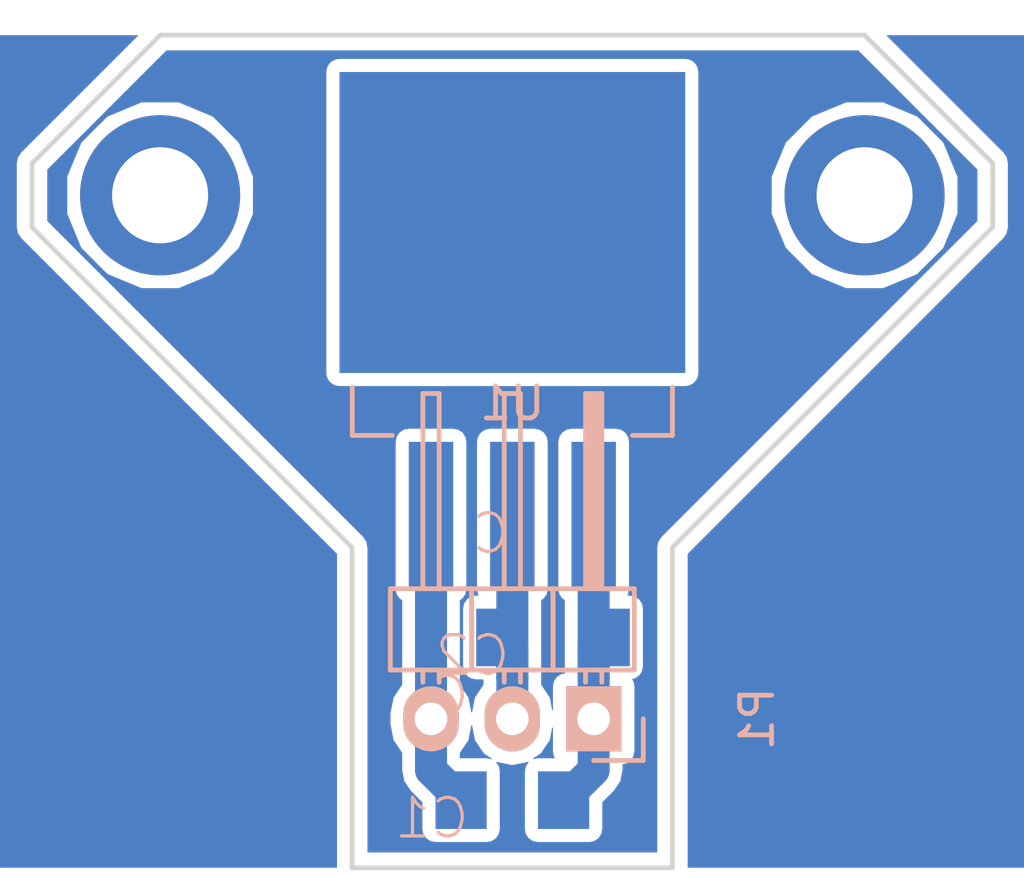
<source format=kicad_pcb>
(kicad_pcb (version 4) (host pcbnew 4.0.2-stable)

  (general
    (links 7)
    (no_connects 0)
    (area -15.075001 -15.075001 15.075001 11.075001)
    (thickness 1.6)
    (drawings 10)
    (tracks 15)
    (zones 0)
    (modules 4)
    (nets 4)
  )

  (page A4)
  (layers
    (0 F.Cu signal)
    (31 B.Cu signal)
    (32 B.Adhes user)
    (33 F.Adhes user)
    (34 B.Paste user)
    (35 F.Paste user)
    (36 B.SilkS user)
    (37 F.SilkS user)
    (38 B.Mask user)
    (39 F.Mask user)
    (40 Dwgs.User user)
    (41 Cmts.User user)
    (42 Eco1.User user)
    (43 Eco2.User user)
    (44 Edge.Cuts user)
    (45 Margin user)
    (46 B.CrtYd user)
    (47 F.CrtYd user)
    (48 B.Fab user)
    (49 F.Fab user)
  )

  (setup
    (last_trace_width 1)
    (user_trace_width 1)
    (trace_clearance 0.2)
    (zone_clearance 0.4)
    (zone_45_only no)
    (trace_min 0.2)
    (segment_width 0.2)
    (edge_width 0.15)
    (via_size 0.6)
    (via_drill 0.4)
    (via_min_size 0.4)
    (via_min_drill 0.3)
    (user_via 5 3)
    (uvia_size 0.3)
    (uvia_drill 0.1)
    (uvias_allowed no)
    (uvia_min_size 0.2)
    (uvia_min_drill 0.1)
    (pcb_text_width 0.3)
    (pcb_text_size 1.5 1.5)
    (mod_edge_width 0.15)
    (mod_text_size 1 1)
    (mod_text_width 0.15)
    (pad_size 1.524 1.524)
    (pad_drill 0.762)
    (pad_to_mask_clearance 0.2)
    (aux_axis_origin 0 0)
    (visible_elements 7FFFFFFF)
    (pcbplotparams
      (layerselection 0x01000_80000000)
      (usegerberextensions false)
      (excludeedgelayer true)
      (linewidth 0.100000)
      (plotframeref false)
      (viasonmask false)
      (mode 1)
      (useauxorigin false)
      (hpglpennumber 1)
      (hpglpenspeed 20)
      (hpglpendiameter 15)
      (hpglpenoverlay 2)
      (psnegative false)
      (psa4output false)
      (plotreference true)
      (plotvalue true)
      (plotinvisibletext false)
      (padsonsilk false)
      (subtractmaskfromsilk false)
      (outputformat 1)
      (mirror false)
      (drillshape 0)
      (scaleselection 1)
      (outputdirectory ""))
  )

  (net 0 "")
  (net 1 "Net-(C1-Pad1)")
  (net 2 "Net-(C1-Pad2)")
  (net 3 "Net-(C2-Pad1)")

  (net_class Default "これは標準のネット クラスです。"
    (clearance 0.2)
    (trace_width 0.25)
    (via_dia 0.6)
    (via_drill 0.4)
    (uvia_dia 0.3)
    (uvia_drill 0.1)
    (add_net "Net-(C1-Pad1)")
    (add_net "Net-(C1-Pad2)")
    (add_net "Net-(C2-Pad1)")
  )

  (module RP_KiCAD_Libs:C3216 (layer B.Cu) (tedit 0) (tstamp 576CEBEA)
    (at 0 8.89)
    (descr <b>CAPACITOR</b>)
    (path /576CEBD9)
    (fp_text reference C1 (at -1.27 1.27) (layer B.SilkS)
      (effects (font (size 1.2065 1.2065) (thickness 0.1016)) (justify left bottom mirror))
    )
    (fp_text value C (at -1.27 -2.54) (layer B.SilkS)
      (effects (font (size 1.2065 1.2065) (thickness 0.1016)) (justify left bottom mirror))
    )
    (fp_line (start -0.965 0.787) (end 0.965 0.787) (layer Dwgs.User) (width 0.1016))
    (fp_line (start -0.965 -0.787) (end 0.965 -0.787) (layer Dwgs.User) (width 0.1016))
    (fp_poly (pts (xy -1.7018 -0.8509) (xy -0.9517 -0.8509) (xy -0.9517 0.8491) (xy -1.7018 0.8491)) (layer Dwgs.User) (width 0))
    (fp_poly (pts (xy 0.9517 -0.8491) (xy 1.7018 -0.8491) (xy 1.7018 0.8509) (xy 0.9517 0.8509)) (layer Dwgs.User) (width 0))
    (fp_poly (pts (xy -0.3 -0.5001) (xy 0.3 -0.5001) (xy 0.3 0.5001) (xy -0.3 0.5001)) (layer B.Adhes) (width 0))
    (pad 1 smd rect (at -1.6 0) (size 1.6 1.8) (layers B.Cu B.Paste B.Mask)
      (net 1 "Net-(C1-Pad1)"))
    (pad 2 smd rect (at 1.6 0) (size 1.6 1.8) (layers B.Cu B.Paste B.Mask)
      (net 2 "Net-(C1-Pad2)"))
    (model Resistors_SMD.3dshapes/R_1206.wrl
      (at (xyz 0 0 0))
      (scale (xyz 1 1 1))
      (rotate (xyz 0 0 0))
    )
  )

  (module RP_KiCAD_Libs:C3216 (layer B.Cu) (tedit 0) (tstamp 576CEBF0)
    (at 1.27 3.81)
    (descr <b>CAPACITOR</b>)
    (path /576CEC4E)
    (fp_text reference C2 (at -1.27 1.27) (layer B.SilkS)
      (effects (font (size 1.2065 1.2065) (thickness 0.1016)) (justify left bottom mirror))
    )
    (fp_text value C (at -1.27 -2.54) (layer B.SilkS)
      (effects (font (size 1.2065 1.2065) (thickness 0.1016)) (justify left bottom mirror))
    )
    (fp_line (start -0.965 0.787) (end 0.965 0.787) (layer Dwgs.User) (width 0.1016))
    (fp_line (start -0.965 -0.787) (end 0.965 -0.787) (layer Dwgs.User) (width 0.1016))
    (fp_poly (pts (xy -1.7018 -0.8509) (xy -0.9517 -0.8509) (xy -0.9517 0.8491) (xy -1.7018 0.8491)) (layer Dwgs.User) (width 0))
    (fp_poly (pts (xy 0.9517 -0.8491) (xy 1.7018 -0.8491) (xy 1.7018 0.8509) (xy 0.9517 0.8509)) (layer Dwgs.User) (width 0))
    (fp_poly (pts (xy -0.3 -0.5001) (xy 0.3 -0.5001) (xy 0.3 0.5001) (xy -0.3 0.5001)) (layer B.Adhes) (width 0))
    (pad 1 smd rect (at -1.6 0) (size 1.6 1.8) (layers B.Cu B.Paste B.Mask)
      (net 3 "Net-(C2-Pad1)"))
    (pad 2 smd rect (at 1.6 0) (size 1.6 1.8) (layers B.Cu B.Paste B.Mask)
      (net 2 "Net-(C1-Pad2)"))
    (model Resistors_SMD.3dshapes/R_1206.wrl
      (at (xyz 0 0 0))
      (scale (xyz 1 1 1))
      (rotate (xyz 0 0 0))
    )
  )

  (module Pin_Headers:Pin_Header_Angled_1x03 (layer B.Cu) (tedit 0) (tstamp 576CEBF7)
    (at 2.54 6.35 90)
    (descr "Through hole pin header")
    (tags "pin header")
    (path /576CEB7E)
    (fp_text reference P1 (at 0 5.1 90) (layer B.SilkS)
      (effects (font (size 1 1) (thickness 0.15)) (justify mirror))
    )
    (fp_text value CONN_01X03 (at 0 3.1 90) (layer B.Fab)
      (effects (font (size 1 1) (thickness 0.15)) (justify mirror))
    )
    (fp_line (start -1.5 1.75) (end -1.5 -6.85) (layer B.CrtYd) (width 0.05))
    (fp_line (start 10.65 1.75) (end 10.65 -6.85) (layer B.CrtYd) (width 0.05))
    (fp_line (start -1.5 1.75) (end 10.65 1.75) (layer B.CrtYd) (width 0.05))
    (fp_line (start -1.5 -6.85) (end 10.65 -6.85) (layer B.CrtYd) (width 0.05))
    (fp_line (start -1.3 1.55) (end -1.3 0) (layer B.SilkS) (width 0.15))
    (fp_line (start 0 1.55) (end -1.3 1.55) (layer B.SilkS) (width 0.15))
    (fp_line (start 4.191 0.127) (end 10.033 0.127) (layer B.SilkS) (width 0.15))
    (fp_line (start 10.033 0.127) (end 10.033 -0.127) (layer B.SilkS) (width 0.15))
    (fp_line (start 10.033 -0.127) (end 4.191 -0.127) (layer B.SilkS) (width 0.15))
    (fp_line (start 4.191 -0.127) (end 4.191 0) (layer B.SilkS) (width 0.15))
    (fp_line (start 4.191 0) (end 10.033 0) (layer B.SilkS) (width 0.15))
    (fp_line (start 1.524 0.254) (end 1.143 0.254) (layer B.SilkS) (width 0.15))
    (fp_line (start 1.524 -0.254) (end 1.143 -0.254) (layer B.SilkS) (width 0.15))
    (fp_line (start 1.524 -2.286) (end 1.143 -2.286) (layer B.SilkS) (width 0.15))
    (fp_line (start 1.524 -2.794) (end 1.143 -2.794) (layer B.SilkS) (width 0.15))
    (fp_line (start 1.524 -4.826) (end 1.143 -4.826) (layer B.SilkS) (width 0.15))
    (fp_line (start 1.524 -5.334) (end 1.143 -5.334) (layer B.SilkS) (width 0.15))
    (fp_line (start 4.064 -1.27) (end 4.064 1.27) (layer B.SilkS) (width 0.15))
    (fp_line (start 10.16 -0.254) (end 4.064 -0.254) (layer B.SilkS) (width 0.15))
    (fp_line (start 10.16 0.254) (end 10.16 -0.254) (layer B.SilkS) (width 0.15))
    (fp_line (start 4.064 0.254) (end 10.16 0.254) (layer B.SilkS) (width 0.15))
    (fp_line (start 1.524 -1.27) (end 4.064 -1.27) (layer B.SilkS) (width 0.15))
    (fp_line (start 1.524 1.27) (end 1.524 -1.27) (layer B.SilkS) (width 0.15))
    (fp_line (start 1.524 1.27) (end 4.064 1.27) (layer B.SilkS) (width 0.15))
    (fp_line (start 1.524 -3.81) (end 4.064 -3.81) (layer B.SilkS) (width 0.15))
    (fp_line (start 1.524 -3.81) (end 1.524 -6.35) (layer B.SilkS) (width 0.15))
    (fp_line (start 4.064 -4.826) (end 10.16 -4.826) (layer B.SilkS) (width 0.15))
    (fp_line (start 10.16 -4.826) (end 10.16 -5.334) (layer B.SilkS) (width 0.15))
    (fp_line (start 10.16 -5.334) (end 4.064 -5.334) (layer B.SilkS) (width 0.15))
    (fp_line (start 4.064 -6.35) (end 4.064 -3.81) (layer B.SilkS) (width 0.15))
    (fp_line (start 4.064 -3.81) (end 4.064 -1.27) (layer B.SilkS) (width 0.15))
    (fp_line (start 10.16 -2.794) (end 4.064 -2.794) (layer B.SilkS) (width 0.15))
    (fp_line (start 10.16 -2.286) (end 10.16 -2.794) (layer B.SilkS) (width 0.15))
    (fp_line (start 4.064 -2.286) (end 10.16 -2.286) (layer B.SilkS) (width 0.15))
    (fp_line (start 1.524 -3.81) (end 4.064 -3.81) (layer B.SilkS) (width 0.15))
    (fp_line (start 1.524 -1.27) (end 1.524 -3.81) (layer B.SilkS) (width 0.15))
    (fp_line (start 1.524 -1.27) (end 4.064 -1.27) (layer B.SilkS) (width 0.15))
    (fp_line (start 1.524 -6.35) (end 4.064 -6.35) (layer B.SilkS) (width 0.15))
    (pad 1 thru_hole rect (at 0 0 90) (size 2.032 1.7272) (drill 1.016) (layers *.Cu *.Mask B.SilkS)
      (net 2 "Net-(C1-Pad2)"))
    (pad 2 thru_hole oval (at 0 -2.54 90) (size 2.032 1.7272) (drill 1.016) (layers *.Cu *.Mask B.SilkS)
      (net 3 "Net-(C2-Pad1)"))
    (pad 3 thru_hole oval (at 0 -5.08 90) (size 2.032 1.7272) (drill 1.016) (layers *.Cu *.Mask B.SilkS)
      (net 1 "Net-(C1-Pad1)"))
    (model Pin_Headers.3dshapes/Pin_Header_Angled_1x03.wrl
      (at (xyz 0 -0.1 0))
      (scale (xyz 1 1 1))
      (rotate (xyz 0 0 90))
    )
  )

  (module TO_SOT_Packages_SMD:TO-263-3Lead (layer B.Cu) (tedit 55D38F53) (tstamp 576CEBFF)
    (at 0 0 90)
    (descr "D2PAK / TO-263 3-lead smd package")
    (tags "D2PAK D2PAK-3 TO-263AB TO-263")
    (path /576CEBB2)
    (attr smd)
    (fp_text reference U1 (at 3.5 0 360) (layer B.SilkS)
      (effects (font (size 1 1) (thickness 0.15)) (justify mirror))
    )
    (fp_text value LM1084IT-5.0/NOPB (at 15.25 0.25 360) (layer B.Fab)
      (effects (font (size 1 1) (thickness 0.15)) (justify mirror))
    )
    (fp_line (start 14.1 -5.65) (end -2.55 -5.65) (layer B.CrtYd) (width 0.05))
    (fp_line (start 14.1 5.65) (end 14.1 -5.65) (layer B.CrtYd) (width 0.05))
    (fp_line (start 14.1 5.65) (end -2.55 5.65) (layer B.CrtYd) (width 0.05))
    (fp_line (start -2.55 5.65) (end -2.55 -5.65) (layer B.CrtYd) (width 0.05))
    (fp_line (start 2.5 -5) (end 2.5 -3.75) (layer B.SilkS) (width 0.15))
    (fp_line (start 2.5 -5) (end 4 -5) (layer B.SilkS) (width 0.15))
    (fp_line (start 2.5 5) (end 4 5) (layer B.SilkS) (width 0.15))
    (fp_line (start 2.5 5) (end 2.5 3.75) (layer B.SilkS) (width 0.15))
    (pad 2 smd rect (at 0 0 90) (size 4.6 1.39) (layers B.Cu B.Paste B.Mask)
      (net 3 "Net-(C2-Pad1)"))
    (pad 4 smd rect (at 9.15 0 90) (size 9.4 10.8) (layers B.Cu B.Paste B.Mask))
    (pad 3 smd rect (at 0 -2.54 90) (size 4.6 1.39) (layers B.Cu B.Paste B.Mask)
      (net 1 "Net-(C1-Pad1)"))
    (pad 1 smd rect (at 0 2.54 90) (size 4.6 1.39) (layers B.Cu B.Paste B.Mask)
      (net 2 "Net-(C1-Pad2)"))
    (model TO_SOT_Packages_SMD.3dshapes/TO-263-3Lead.wrl
      (at (xyz 0 0 0))
      (scale (xyz 1 1 1))
      (rotate (xyz 0 0 90))
    )
  )

  (gr_line (start 15 -9) (end 5 1) (angle 90) (layer Edge.Cuts) (width 0.15))
  (gr_line (start 15 -11) (end 11 -15) (angle 90) (layer Edge.Cuts) (width 0.15))
  (gr_line (start -15 -9) (end -5 1) (angle 90) (layer Edge.Cuts) (width 0.15))
  (gr_line (start -15 -11) (end -11 -15) (angle 90) (layer Edge.Cuts) (width 0.15))
  (gr_line (start -15 -11) (end -15 -9) (angle 90) (layer Edge.Cuts) (width 0.15))
  (gr_line (start 15 -11) (end 15 -9) (angle 90) (layer Edge.Cuts) (width 0.15))
  (gr_line (start -11 -15) (end 11 -15) (angle 90) (layer Edge.Cuts) (width 0.15))
  (gr_line (start -5 11) (end -5 1) (angle 90) (layer Edge.Cuts) (width 0.15))
  (gr_line (start 5 11) (end -5 11) (angle 90) (layer Edge.Cuts) (width 0.15))
  (gr_line (start 5 1) (end 5 11) (angle 90) (layer Edge.Cuts) (width 0.15))

  (via (at -11 -10) (size 5) (drill 3) (layers F.Cu B.Cu) (net 0))
  (via (at 11 -10) (size 5) (drill 3) (layers F.Cu B.Cu) (net 0))
  (segment (start -2.54 6.35) (end -2.54 7.95) (width 1) (layer B.Cu) (net 1))
  (segment (start -2.54 7.95) (end -1.6 8.89) (width 1) (layer B.Cu) (net 1) (tstamp 5773A483))
  (segment (start -2.54 0) (end -2.54 6.35) (width 1) (layer B.Cu) (net 1))
  (segment (start 2.87 3.81) (end 2.54 4.14) (width 1) (layer B.Cu) (net 2))
  (segment (start 2.54 4.14) (end 2.54 5.08) (width 1) (layer B.Cu) (net 2) (tstamp 5773A49A))
  (segment (start 2.54 0) (end 2.54 5.08) (width 1) (layer B.Cu) (net 2))
  (segment (start 2.54 5.08) (end 2.54 6.35) (width 1) (layer B.Cu) (net 2) (tstamp 5773A49D))
  (segment (start 2.54 6.35) (end 2.54 7.95) (width 1) (layer B.Cu) (net 2))
  (segment (start 2.54 7.95) (end 1.6 8.89) (width 1) (layer B.Cu) (net 2) (tstamp 5773A486))
  (segment (start -0.33 3.81) (end 0 4.14) (width 1) (layer B.Cu) (net 3))
  (segment (start 0 4.14) (end 0 5.08) (width 1) (layer B.Cu) (net 3) (tstamp 5773A48F))
  (segment (start 0 0) (end 0 5.08) (width 1) (layer B.Cu) (net 3))
  (segment (start 0 5.08) (end 0 6.35) (width 1) (layer B.Cu) (net 3) (tstamp 5773A492))

  (zone (net 0) (net_name "") (layer B.Cu) (tstamp 5773A4CC) (hatch edge 0.508)
    (connect_pads (clearance 0.4))
    (min_thickness 0.0254)
    (fill yes (arc_segments 16) (thermal_gap 0.4) (thermal_bridge_width 0.4))
    (polygon
      (pts
        (xy 16 11) (xy -16 11) (xy -16 -15) (xy 16 -15) (xy 16 11)
      )
    )
    (filled_polygon
      (pts
        (xy -15.344856 -11.344856) (xy -15.450576 -11.186635) (xy -15.4877 -11) (xy -15.4877 -9) (xy -15.450576 -8.813365)
        (xy -15.344856 -8.655144) (xy -5.4877 1.202012) (xy -5.4877 10.9873) (xy -15.9873 10.9873) (xy -15.9873 -14.9873)
        (xy -11.702412 -14.9873)
      )
    )
    (filled_polygon
      (pts
        (xy 15.9873 10.9873) (xy 5.4877 10.9873) (xy 5.4877 1.202012) (xy 15.344856 -8.655144) (xy 15.450576 -8.813365)
        (xy 15.4877 -9) (xy 15.4877 -11) (xy 15.450576 -11.186635) (xy 15.344856 -11.344856) (xy 11.702412 -14.9873)
        (xy 15.9873 -14.9873)
      )
    )
    (filled_polygon
      (pts
        (xy 14.5123 -10.797988) (xy 14.5123 -9.202012) (xy 4.655144 0.655144) (xy 4.549424 0.813365) (xy 4.5123 1)
        (xy 4.5123 10.5123) (xy -4.5123 10.5123) (xy -4.5123 6.16961) (xy -3.8163 6.16961) (xy -3.8163 6.53039)
        (xy -3.719147 7.018809) (xy -3.4527 7.417575) (xy -3.4527 7.95) (xy -3.394096 8.244624) (xy -3.383225 8.299275)
        (xy -3.185376 8.595376) (xy -2.820785 8.959967) (xy -2.820785 9.79) (xy -2.792008 9.942937) (xy -2.701622 10.083401)
        (xy -2.563709 10.177633) (xy -2.4 10.210785) (xy -0.8 10.210785) (xy -0.647063 10.182008) (xy -0.506599 10.091622)
        (xy -0.412367 9.953709) (xy -0.379215 9.79) (xy -0.379215 7.99) (xy -0.407992 7.837063) (xy -0.491285 7.707622)
        (xy -0.488419 7.709537) (xy 0 7.80669) (xy 0.488419 7.709537) (xy 0.495269 7.70496) (xy 0.412367 7.826291)
        (xy 0.379215 7.99) (xy 0.379215 9.79) (xy 0.407992 9.942937) (xy 0.498378 10.083401) (xy 0.636291 10.177633)
        (xy 0.8 10.210785) (xy 2.4 10.210785) (xy 2.552937 10.182008) (xy 2.693401 10.091622) (xy 2.787633 9.953709)
        (xy 2.820785 9.79) (xy 2.820785 8.959968) (xy 3.185377 8.595376) (xy 3.383225 8.299275) (xy 3.4527 7.95)
        (xy 3.4527 7.777546) (xy 3.556537 7.758008) (xy 3.697001 7.667622) (xy 3.791233 7.529709) (xy 3.824385 7.366)
        (xy 3.824385 5.334) (xy 3.795608 5.181063) (xy 3.753183 5.115133) (xy 3.822937 5.102008) (xy 3.963401 5.011622)
        (xy 4.057633 4.873709) (xy 4.090785 4.71) (xy 4.090785 2.91) (xy 4.062008 2.757063) (xy 3.971622 2.616599)
        (xy 3.833709 2.522367) (xy 3.67 2.489215) (xy 3.605205 2.489215) (xy 3.622633 2.463709) (xy 3.655785 2.3)
        (xy 3.655785 -2.3) (xy 3.627008 -2.452937) (xy 3.536622 -2.593401) (xy 3.398709 -2.687633) (xy 3.235 -2.720785)
        (xy 1.845 -2.720785) (xy 1.692063 -2.692008) (xy 1.551599 -2.601622) (xy 1.457367 -2.463709) (xy 1.424215 -2.3)
        (xy 1.424215 2.3) (xy 1.452992 2.452937) (xy 1.543378 2.593401) (xy 1.6273 2.650742) (xy 1.6273 4.922454)
        (xy 1.523463 4.941992) (xy 1.382999 5.032378) (xy 1.288767 5.170291) (xy 1.255615 5.334) (xy 1.255615 6.06562)
        (xy 1.179147 5.681191) (xy 0.9127 5.282425) (xy 0.9127 2.650334) (xy 0.988401 2.601622) (xy 1.082633 2.463709)
        (xy 1.115785 2.3) (xy 1.115785 -2.3) (xy 1.087008 -2.452937) (xy 0.996622 -2.593401) (xy 0.858709 -2.687633)
        (xy 0.695 -2.720785) (xy -0.695 -2.720785) (xy -0.847937 -2.692008) (xy -0.988401 -2.601622) (xy -1.082633 -2.463709)
        (xy -1.115785 -2.3) (xy -1.115785 2.3) (xy -1.087008 2.452937) (xy -1.063664 2.489215) (xy -1.13 2.489215)
        (xy -1.282937 2.517992) (xy -1.423401 2.608378) (xy -1.517633 2.746291) (xy -1.550785 2.91) (xy -1.550785 4.71)
        (xy -1.522008 4.862937) (xy -1.431622 5.003401) (xy -1.293709 5.097633) (xy -1.13 5.130785) (xy -0.9127 5.130785)
        (xy -0.9127 5.282425) (xy -1.179147 5.681191) (xy -1.27 6.137938) (xy -1.360853 5.681191) (xy -1.6273 5.282425)
        (xy -1.6273 2.650334) (xy -1.551599 2.601622) (xy -1.457367 2.463709) (xy -1.424215 2.3) (xy -1.424215 -2.3)
        (xy -1.452992 -2.452937) (xy -1.543378 -2.593401) (xy -1.681291 -2.687633) (xy -1.845 -2.720785) (xy -3.235 -2.720785)
        (xy -3.387937 -2.692008) (xy -3.528401 -2.601622) (xy -3.622633 -2.463709) (xy -3.655785 -2.3) (xy -3.655785 2.3)
        (xy -3.627008 2.452937) (xy -3.536622 2.593401) (xy -3.4527 2.650742) (xy -3.4527 5.282425) (xy -3.719147 5.681191)
        (xy -3.8163 6.16961) (xy -4.5123 6.16961) (xy -4.5123 1) (xy -4.549424 0.813365) (xy -4.655144 0.655144)
        (xy -14.5123 -9.202012) (xy -14.5123 -9.42317) (xy -13.913204 -9.42317) (xy -13.470707 -8.352244) (xy -12.652066 -7.532173)
        (xy -11.581914 -7.087807) (xy -10.42317 -7.086796) (xy -9.352244 -7.529293) (xy -8.532173 -8.347934) (xy -8.087807 -9.418086)
        (xy -8.086796 -10.57683) (xy -8.529293 -11.647756) (xy -9.347934 -12.467827) (xy -10.418086 -12.912193) (xy -11.57683 -12.913204)
        (xy -12.647756 -12.470707) (xy -13.467827 -11.652066) (xy -13.912193 -10.581914) (xy -13.913204 -9.42317) (xy -14.5123 -9.42317)
        (xy -14.5123 -10.797988) (xy -11.460288 -13.85) (xy -5.820785 -13.85) (xy -5.820785 -4.45) (xy -5.8127 -4.407032)
        (xy -5.8127 -4.367909) (xy -5.799211 -4.335344) (xy -5.792008 -4.297063) (xy -5.767721 -4.259319) (xy -5.74987 -4.216224)
        (xy -5.722156 -4.18851) (xy -5.701622 -4.156599) (xy -5.665702 -4.132056) (xy -5.633776 -4.10013) (xy -5.596194 -4.084563)
        (xy -5.563709 -4.062367) (xy -5.522424 -4.054007) (xy -5.482091 -4.0373) (xy -5.439925 -4.0373) (xy -5.4 -4.029215)
        (xy 5.4 -4.029215) (xy 5.442968 -4.0373) (xy 5.482091 -4.0373) (xy 5.514656 -4.050789) (xy 5.552937 -4.057992)
        (xy 5.590681 -4.082279) (xy 5.633776 -4.10013) (xy 5.66149 -4.127844) (xy 5.693401 -4.148378) (xy 5.717944 -4.184298)
        (xy 5.74987 -4.216224) (xy 5.765437 -4.253806) (xy 5.787633 -4.286291) (xy 5.795993 -4.327576) (xy 5.8127 -4.367909)
        (xy 5.8127 -4.410075) (xy 5.820785 -4.45) (xy 5.820785 -9.42317) (xy 8.086796 -9.42317) (xy 8.529293 -8.352244)
        (xy 9.347934 -7.532173) (xy 10.418086 -7.087807) (xy 11.57683 -7.086796) (xy 12.647756 -7.529293) (xy 13.467827 -8.347934)
        (xy 13.912193 -9.418086) (xy 13.913204 -10.57683) (xy 13.470707 -11.647756) (xy 12.652066 -12.467827) (xy 11.581914 -12.912193)
        (xy 10.42317 -12.913204) (xy 9.352244 -12.470707) (xy 8.532173 -11.652066) (xy 8.087807 -10.581914) (xy 8.086796 -9.42317)
        (xy 5.820785 -9.42317) (xy 5.820785 -13.85) (xy 5.8127 -13.892968) (xy 5.8127 -13.932091) (xy 5.799211 -13.964656)
        (xy 5.792008 -14.002937) (xy 5.767721 -14.040681) (xy 5.74987 -14.083776) (xy 5.722156 -14.11149) (xy 5.701622 -14.143401)
        (xy 5.665702 -14.167944) (xy 5.633776 -14.19987) (xy 5.596194 -14.215437) (xy 5.563709 -14.237633) (xy 5.522424 -14.245993)
        (xy 5.482091 -14.2627) (xy 5.439925 -14.2627) (xy 5.4 -14.270785) (xy -5.4 -14.270785) (xy -5.442968 -14.2627)
        (xy -5.482091 -14.2627) (xy -5.514656 -14.249211) (xy -5.552937 -14.242008) (xy -5.590681 -14.217721) (xy -5.633776 -14.19987)
        (xy -5.66149 -14.172156) (xy -5.693401 -14.151622) (xy -5.717944 -14.115702) (xy -5.74987 -14.083776) (xy -5.765437 -14.046194)
        (xy -5.787633 -14.013709) (xy -5.795993 -13.972424) (xy -5.8127 -13.932091) (xy -5.8127 -13.889925) (xy -5.820785 -13.85)
        (xy -11.460288 -13.85) (xy -10.797988 -14.5123) (xy 10.797988 -14.5123)
      )
    )
    (filled_polygon
      (pts
        (xy -1.179147 7.018809) (xy -0.90248 7.43287) (xy -0.654254 7.598729) (xy -0.8 7.569215) (xy -1.6273 7.569215)
        (xy -1.6273 7.417575) (xy -1.360853 7.018809) (xy -1.27 6.562062)
      )
    )
    (filled_polygon
      (pts
        (xy 1.255615 7.366) (xy 1.284392 7.518937) (xy 1.316745 7.569215) (xy 0.8 7.569215) (xy 0.658609 7.595819)
        (xy 0.90248 7.43287) (xy 1.179147 7.018809) (xy 1.255615 6.63438)
      )
    )
  )
)

</source>
